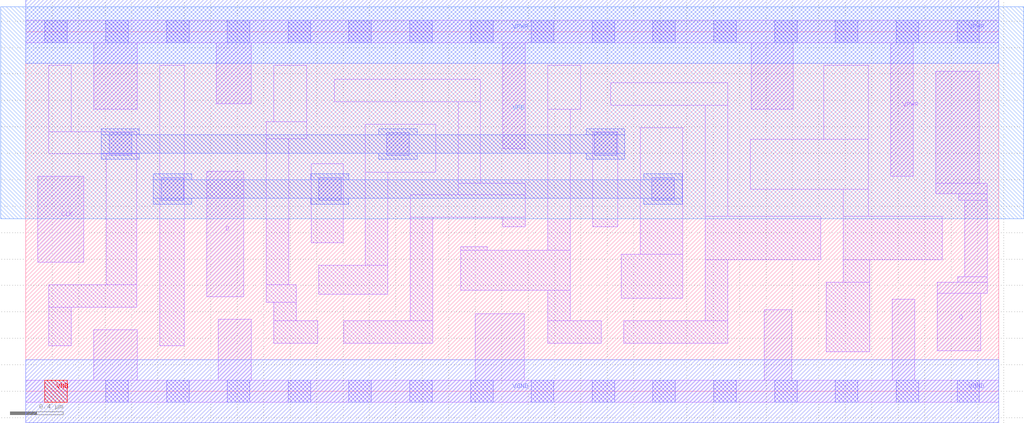
<source format=lef>
VERSION 5.7 ;
  NOWIREEXTENSIONATPIN ON ;
  DIVIDERCHAR "/" ;
  BUSBITCHARS "[]" ;
MACRO sky130_fd_sc_hd__dfxtp_1
  CLASS CORE ;
  FOREIGN sky130_fd_sc_hd__dfxtp_1 ;
  ORIGIN 0.000 0.000 ;
  SIZE 7.360 BY 2.720 ;
  SYMMETRY X Y R90 ;
  SITE unithd ;
  PIN CLK
    DIRECTION INPUT ;
    USE CLOCK ;
    ANTENNAGATEAREA 0.159000 ;
    PORT
      LAYER li1 ;
        RECT 0.090 0.975 0.440 1.625 ;
    END
  END CLK
  PIN D
    DIRECTION INPUT ;
    USE SIGNAL ;
    ANTENNAGATEAREA 0.126000 ;
    PORT
      LAYER li1 ;
        RECT 1.370 0.715 1.650 1.665 ;
    END
  END D
  PIN VGND
    DIRECTION INOUT ;
    USE GROUND ;
    SHAPE ABUTMENT ;
    PORT
      LAYER li1 ;
        RECT 0.515 0.085 0.845 0.465 ;
        RECT 1.455 0.085 1.705 0.545 ;
        RECT 3.400 0.085 3.770 0.585 ;
        RECT 5.585 0.085 5.795 0.615 ;
        RECT 6.555 0.085 6.725 0.695 ;
        RECT 0.000 -0.085 7.360 0.085 ;
      LAYER mcon ;
        RECT 0.145 -0.085 0.315 0.085 ;
        RECT 0.605 -0.085 0.775 0.085 ;
        RECT 1.065 -0.085 1.235 0.085 ;
        RECT 1.525 -0.085 1.695 0.085 ;
        RECT 1.985 -0.085 2.155 0.085 ;
        RECT 2.445 -0.085 2.615 0.085 ;
        RECT 2.905 -0.085 3.075 0.085 ;
        RECT 3.365 -0.085 3.535 0.085 ;
        RECT 3.825 -0.085 3.995 0.085 ;
        RECT 4.285 -0.085 4.455 0.085 ;
        RECT 4.745 -0.085 4.915 0.085 ;
        RECT 5.205 -0.085 5.375 0.085 ;
        RECT 5.665 -0.085 5.835 0.085 ;
        RECT 6.125 -0.085 6.295 0.085 ;
        RECT 6.585 -0.085 6.755 0.085 ;
        RECT 7.045 -0.085 7.215 0.085 ;
      LAYER met1 ;
        RECT 0.000 -0.240 7.360 0.240 ;
    END
  END VGND
  PIN VNB
    DIRECTION INOUT ;
    USE GROUND ;
    PORT
      LAYER pwell ;
        RECT 0.145 -0.085 0.315 0.085 ;
    END
  END VNB
  PIN VPB
    DIRECTION INOUT ;
    USE POWER ;
    PORT
      LAYER nwell ;
        RECT -0.190 1.305 7.550 2.910 ;
    END
  END VPB
  PIN VPWR
    DIRECTION INOUT ;
    USE POWER ;
    SHAPE ABUTMENT ;
    PORT
      LAYER li1 ;
        RECT 0.000 2.635 7.360 2.805 ;
        RECT 0.515 2.135 0.845 2.635 ;
        RECT 1.440 2.175 1.705 2.635 ;
        RECT 3.610 1.835 3.780 2.635 ;
        RECT 5.490 2.135 5.805 2.635 ;
        RECT 6.545 1.625 6.715 2.635 ;
      LAYER mcon ;
        RECT 0.145 2.635 0.315 2.805 ;
        RECT 0.605 2.635 0.775 2.805 ;
        RECT 1.065 2.635 1.235 2.805 ;
        RECT 1.525 2.635 1.695 2.805 ;
        RECT 1.985 2.635 2.155 2.805 ;
        RECT 2.445 2.635 2.615 2.805 ;
        RECT 2.905 2.635 3.075 2.805 ;
        RECT 3.365 2.635 3.535 2.805 ;
        RECT 3.825 2.635 3.995 2.805 ;
        RECT 4.285 2.635 4.455 2.805 ;
        RECT 4.745 2.635 4.915 2.805 ;
        RECT 5.205 2.635 5.375 2.805 ;
        RECT 5.665 2.635 5.835 2.805 ;
        RECT 6.125 2.635 6.295 2.805 ;
        RECT 6.585 2.635 6.755 2.805 ;
        RECT 7.045 2.635 7.215 2.805 ;
      LAYER met1 ;
        RECT 0.000 2.480 7.360 2.960 ;
    END
  END VPWR
  PIN Q
    DIRECTION OUTPUT ;
    USE SIGNAL ;
    ANTENNADIFFAREA 0.429000 ;
    PORT
      LAYER li1 ;
        RECT 6.885 1.575 7.215 2.420 ;
        RECT 6.885 1.495 7.275 1.575 ;
        RECT 7.060 1.445 7.275 1.495 ;
        RECT 7.105 0.865 7.275 1.445 ;
        RECT 7.050 0.825 7.275 0.865 ;
        RECT 6.895 0.740 7.275 0.825 ;
        RECT 6.895 0.305 7.225 0.740 ;
    END
  END Q
  OBS
      LAYER li1 ;
        RECT 0.175 1.965 0.345 2.465 ;
        RECT 0.175 1.795 0.840 1.965 ;
        RECT 0.610 0.805 0.840 1.795 ;
        RECT 0.175 0.635 0.840 0.805 ;
        RECT 0.175 0.345 0.345 0.635 ;
        RECT 1.015 0.345 1.200 2.465 ;
        RECT 1.875 2.040 2.125 2.465 ;
        RECT 2.335 2.190 3.440 2.360 ;
        RECT 1.820 1.910 2.125 2.040 ;
        RECT 1.820 0.805 1.990 1.910 ;
        RECT 2.160 1.125 2.400 1.720 ;
        RECT 2.570 1.655 3.100 2.020 ;
        RECT 2.570 0.955 2.740 1.655 ;
        RECT 3.270 1.575 3.440 2.190 ;
        RECT 3.950 2.135 4.200 2.465 ;
        RECT 4.425 2.165 5.310 2.335 ;
        RECT 3.270 1.485 3.780 1.575 ;
        RECT 1.820 0.675 2.045 0.805 ;
        RECT 2.215 0.735 2.740 0.955 ;
        RECT 2.910 1.315 3.780 1.485 ;
        RECT 1.875 0.535 2.045 0.675 ;
        RECT 2.910 0.535 3.080 1.315 ;
        RECT 3.610 1.245 3.780 1.315 ;
        RECT 3.290 1.065 3.490 1.095 ;
        RECT 3.950 1.065 4.120 2.135 ;
        RECT 4.290 1.245 4.480 1.965 ;
        RECT 3.290 0.765 4.120 1.065 ;
        RECT 4.650 1.035 4.970 1.995 ;
        RECT 1.875 0.365 2.210 0.535 ;
        RECT 2.405 0.365 3.080 0.535 ;
        RECT 3.950 0.535 4.120 0.765 ;
        RECT 4.505 0.705 4.970 1.035 ;
        RECT 5.140 1.325 5.310 2.165 ;
        RECT 6.035 1.905 6.375 2.465 ;
        RECT 5.480 1.530 6.375 1.905 ;
        RECT 6.185 1.325 6.375 1.530 ;
        RECT 5.140 0.995 6.015 1.325 ;
        RECT 6.185 0.995 6.935 1.325 ;
        RECT 5.140 0.535 5.310 0.995 ;
        RECT 6.185 0.825 6.385 0.995 ;
        RECT 3.950 0.365 4.355 0.535 ;
        RECT 4.525 0.365 5.310 0.535 ;
        RECT 6.055 0.300 6.385 0.825 ;
      LAYER mcon ;
        RECT 0.630 1.785 0.800 1.955 ;
        RECT 1.025 1.445 1.195 1.615 ;
        RECT 2.730 1.785 2.900 1.955 ;
        RECT 2.215 1.445 2.385 1.615 ;
        RECT 4.300 1.785 4.470 1.955 ;
        RECT 4.735 1.445 4.905 1.615 ;
      LAYER met1 ;
        RECT 0.570 1.940 0.860 1.985 ;
        RECT 2.670 1.940 2.960 1.985 ;
        RECT 4.240 1.940 4.530 1.985 ;
        RECT 0.570 1.800 4.530 1.940 ;
        RECT 0.570 1.755 0.860 1.800 ;
        RECT 2.670 1.755 2.960 1.800 ;
        RECT 4.240 1.755 4.530 1.800 ;
        RECT 0.965 1.600 1.255 1.645 ;
        RECT 2.155 1.600 2.445 1.645 ;
        RECT 4.675 1.600 4.965 1.645 ;
        RECT 0.965 1.460 4.965 1.600 ;
        RECT 0.965 1.415 1.255 1.460 ;
        RECT 2.155 1.415 2.445 1.460 ;
        RECT 4.675 1.415 4.965 1.460 ;
  END
END sky130_fd_sc_hd__dfxtp_1
END LIBRARY


</source>
